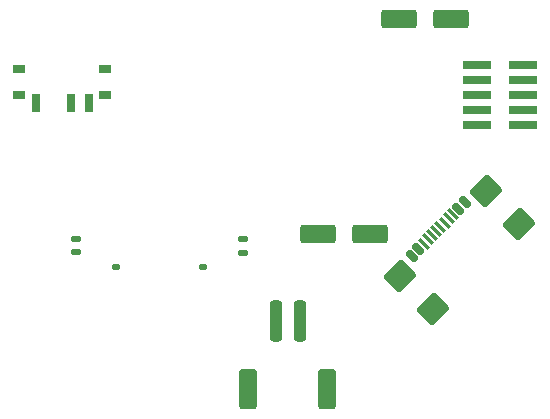
<source format=gbp>
G04 #@! TF.GenerationSoftware,KiCad,Pcbnew,8.0.5*
G04 #@! TF.CreationDate,2024-09-23T19:13:39-07:00*
G04 #@! TF.ProjectId,class 2a,636c6173-7320-4326-912e-6b696361645f,rev?*
G04 #@! TF.SameCoordinates,Original*
G04 #@! TF.FileFunction,Paste,Bot*
G04 #@! TF.FilePolarity,Positive*
%FSLAX46Y46*%
G04 Gerber Fmt 4.6, Leading zero omitted, Abs format (unit mm)*
G04 Created by KiCad (PCBNEW 8.0.5) date 2024-09-23 19:13:39*
%MOMM*%
%LPD*%
G01*
G04 APERTURE LIST*
G04 Aperture macros list*
%AMRoundRect*
0 Rectangle with rounded corners*
0 $1 Rounding radius*
0 $2 $3 $4 $5 $6 $7 $8 $9 X,Y pos of 4 corners*
0 Add a 4 corners polygon primitive as box body*
4,1,4,$2,$3,$4,$5,$6,$7,$8,$9,$2,$3,0*
0 Add four circle primitives for the rounded corners*
1,1,$1+$1,$2,$3*
1,1,$1+$1,$4,$5*
1,1,$1+$1,$6,$7*
1,1,$1+$1,$8,$9*
0 Add four rect primitives between the rounded corners*
20,1,$1+$1,$2,$3,$4,$5,0*
20,1,$1+$1,$4,$5,$6,$7,0*
20,1,$1+$1,$6,$7,$8,$9,0*
20,1,$1+$1,$8,$9,$2,$3,0*%
G04 Aperture macros list end*
%ADD10RoundRect,0.125000X0.225000X0.125000X-0.225000X0.125000X-0.225000X-0.125000X0.225000X-0.125000X0*%
%ADD11RoundRect,0.125000X0.275000X0.125000X-0.275000X0.125000X-0.275000X-0.125000X0.275000X-0.125000X0*%
%ADD12RoundRect,0.250000X1.250000X0.550000X-1.250000X0.550000X-1.250000X-0.550000X1.250000X-0.550000X0*%
%ADD13RoundRect,0.250000X-1.250000X-0.550000X1.250000X-0.550000X1.250000X0.550000X-1.250000X0.550000X0*%
%ADD14R,1.000000X0.800000*%
%ADD15R,0.700000X1.500000*%
%ADD16R,2.400000X0.740000*%
%ADD17RoundRect,0.250000X0.250000X1.500000X-0.250000X1.500000X-0.250000X-1.500000X0.250000X-1.500000X0*%
%ADD18RoundRect,0.250001X0.499999X1.449999X-0.499999X1.449999X-0.499999X-1.449999X0.499999X-1.449999X0*%
%ADD19RoundRect,0.150000X-0.194454X0.406586X-0.406586X0.194454X0.194454X-0.406586X0.406586X-0.194454X0*%
%ADD20RoundRect,0.075000X-0.300520X0.406586X-0.406586X0.300520X0.300520X-0.406586X0.406586X-0.300520X0*%
%ADD21RoundRect,0.250000X0.063640X1.124300X-1.124300X-0.063640X-0.063640X-1.124300X1.124300X0.063640X0*%
G04 APERTURE END LIST*
D10*
G04 #@! TO.C,RV1*
X139390000Y-90280000D03*
X132020000Y-90280000D03*
D11*
X128690000Y-87910000D03*
X142790000Y-89090000D03*
X142800000Y-87900000D03*
X128690000Y-89040000D03*
G04 #@! TD*
D12*
G04 #@! TO.C,C6*
X160400000Y-69300000D03*
X156000000Y-69300000D03*
G04 #@! TD*
D13*
G04 #@! TO.C,C5*
X149200000Y-87500000D03*
X153600000Y-87500000D03*
G04 #@! TD*
D14*
G04 #@! TO.C,SW1*
X123850000Y-73545000D03*
X123850000Y-75755000D03*
X131150000Y-73545000D03*
X131150000Y-75755000D03*
D15*
X125250000Y-76405000D03*
X128250000Y-76405000D03*
X129750000Y-76405000D03*
G04 #@! TD*
D16*
G04 #@! TO.C,J3*
X166500000Y-73160000D03*
X162600000Y-73160000D03*
X166500000Y-74430000D03*
X162600000Y-74430000D03*
X166500000Y-75700000D03*
X162600000Y-75700000D03*
X166500000Y-76970000D03*
X162600000Y-76970000D03*
X166500000Y-78240000D03*
X162600000Y-78240000D03*
G04 #@! TD*
D17*
G04 #@! TO.C,J2*
X147600000Y-94850000D03*
X145600000Y-94850000D03*
D18*
X149950000Y-100600000D03*
X143250000Y-100600000D03*
G04 #@! TD*
D19*
G04 #@! TO.C,J1*
X161615789Y-84787805D03*
X161050103Y-85353491D03*
D20*
X160236931Y-86166664D03*
X159529824Y-86873770D03*
X159176270Y-87227324D03*
X158469164Y-87934431D03*
D19*
X157655991Y-88747603D03*
X157090305Y-89313289D03*
X157090305Y-89313289D03*
X157655991Y-88747603D03*
D20*
X158115610Y-88287984D03*
X158822717Y-87580877D03*
X159883377Y-86520217D03*
X160590484Y-85813110D03*
D19*
X161050103Y-85353491D03*
X161615789Y-84787805D03*
D21*
X166151879Y-86622747D03*
X163372949Y-83843818D03*
X158925247Y-93849379D03*
X156146318Y-91070449D03*
G04 #@! TD*
M02*

</source>
